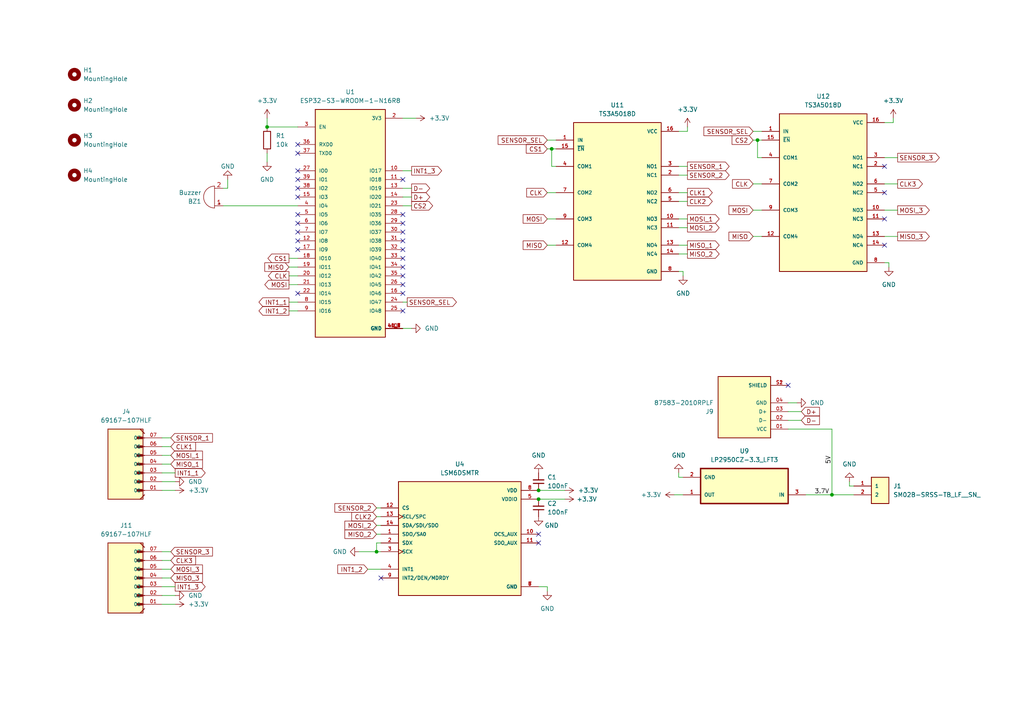
<source format=kicad_sch>
(kicad_sch (version 20230121) (generator eeschema)
  (paper "A4")
  (lib_symbols
    (symbol "69167-107HLF:69167-107HLF" (pin_names (offset 1.016))
      (property "Reference" "J" (at -5.58 10.16 0))
      (property "Value" "69167-107HLF" (at -5.08 -12.7 0))
      (symbol "69167-107HLF_0_0"
        (rectangle (start -4.647 -10.16) (end 5.513 10.16) (stroke (width 0.254)) (fill (type background)))
        (rectangle (start -4.445 -7.9375) (end -2.8575 -7.3025) (stroke (width 0.1)) (fill (type outline)))
        (rectangle (start -4.445 -5.3975) (end -2.8575 -4.7625) (stroke (width 0.1)) (fill (type outline)))
        (rectangle (start -4.445 -2.8575) (end -2.8575 -2.2225) (stroke (width 0.1)) (fill (type outline)))
        (rectangle (start -4.445 -0.3175) (end -2.8575 0.3175) (stroke (width 0.1)) (fill (type outline)))
        (rectangle (start -4.445 2.2225) (end -2.8575 2.8575) (stroke (width 0.1)) (fill (type outline)))
        (rectangle (start -4.445 4.7625) (end -2.8575 5.3975) (stroke (width 0.1)) (fill (type outline)))
        (rectangle (start -4.445 7.3025) (end -2.8575 7.9375) (stroke (width 0.1)) (fill (type outline)))
        (polyline (pts (xy -5.08 -8.89) (xy -3.81 -10.16)) (stroke (width 0.254)))
        (polyline (pts (xy -5.08 -7.62) (xy -3.175 -7.62)) (stroke (width 0.254)))
        (polyline (pts (xy -5.08 -5.08) (xy -3.175 -5.08)) (stroke (width 0.254)))
        (polyline (pts (xy -5.08 -2.54) (xy -3.175 -2.54)) (stroke (width 0.254)))
        (polyline (pts (xy -5.08 0) (xy -3.175 0)) (stroke (width 0.254)))
        (polyline (pts (xy -5.08 2.54) (xy -3.175 2.54)) (stroke (width 0.254)))
        (polyline (pts (xy -5.08 5.08) (xy -3.175 5.08)) (stroke (width 0.254)))
        (polyline (pts (xy -5.08 7.62) (xy -3.175 7.62)) (stroke (width 0.254)))
        (polyline (pts (xy -5.08 8.89) (xy -3.81 10.16)) (stroke (width 0.254)))
        (pin passive line (at -10.16 7.62 0) (length 5.08) (name "01") (number "01"))
        (pin passive line (at -10.16 5.08 0) (length 5.08) (name "02") (number "02"))
        (pin passive line (at -10.16 2.54 0) (length 5.08) (name "03") (number "03"))
        (pin passive line (at -10.16 0 0) (length 5.08) (name "04") (number "04"))
        (pin passive line (at -10.16 -2.54 0) (length 5.08) (name "05") (number "05"))
        (pin passive line (at -10.16 -5.08 0) (length 5.08) (name "06") (number "06"))
        (pin passive line (at -10.16 -7.62 0) (length 5.08) (name "07") (number "07"))
      )
    )
    (symbol "87583-2010RPLF:87583-2010RPLF" (pin_names (offset 1.016))
      (property "Reference" "J" (at -7.62 10.922 0))
      (property "Value" "87583-2010RPLF" (at -7.62 -10.16 0))
      (symbol "87583-2010RPLF_0_0"
        (rectangle (start -7.62 -7.62) (end 7.62 10.16) (stroke (width 0.254)) (fill (type background)))
        (pin power_in line (at -12.7 7.62 0) (length 5.08) (name "VCC") (number "01"))
        (pin bidirectional line (at -12.7 5.08 0) (length 5.08) (name "D-") (number "02"))
        (pin bidirectional line (at -12.7 2.54 0) (length 5.08) (name "D+") (number "03"))
        (pin power_in line (at -12.7 0 0) (length 5.08) (name "GND") (number "04"))
        (pin passive line (at -12.7 -5.08 0) (length 5.08) (name "SHIELD") (number "S1"))
        (pin passive line (at -12.7 -5.08 0) (length 5.08) (name "SHIELD") (number "S2"))
      )
    )
    (symbol "Device:Buzzer" (pin_names (offset 0.0254) hide)
      (property "Reference" "BZ" (at 3.81 1.27 0))
      (property "Value" "Buzzer" (at 3.81 -1.27 0))
      (symbol "Buzzer_0_1"
        (arc (start 0 -3.175) (mid 3.1612 0) (end 0 3.175))
        (polyline (pts (xy -1.651 1.905) (xy -1.143 1.905)))
        (polyline (pts (xy -1.397 2.159) (xy -1.397 1.651)))
        (polyline (pts (xy 0 3.175) (xy 0 -3.175)))
      )
      (symbol "Buzzer_1_1"
        (pin passive line (at -2.54 2.54 0) (length 2.54) (name "+") (number "1"))
        (pin passive line (at -2.54 -2.54 0) (length 2.54) (name "-") (number "2"))
      )
    )
    (symbol "Device:C_Small" (pin_numbers hide) (pin_names (offset 0.254) hide)
      (property "Reference" "C" (at 0.254 1.778 0))
      (property "Value" "C_Small" (at 0.254 -2.032 0))
      (symbol "C_Small_0_1"
        (polyline (pts (xy -1.524 -0.508) (xy 1.524 -0.508)) (stroke (width 0.3302)))
        (polyline (pts (xy -1.524 0.508) (xy 1.524 0.508)) (stroke (width 0.3048)))
      )
      (symbol "C_Small_1_1"
        (pin passive line (at 0 2.54 270) (length 2.032) (name "~") (number "1"))
        (pin passive line (at 0 -2.54 90) (length 2.032) (name "~") (number "2"))
      )
    )
    (symbol "Device:R" (pin_numbers hide) (pin_names (offset 0))
      (property "Reference" "R" (at 2.032 0 90))
      (property "Value" "R" (at 0 0 90))
      (symbol "R_0_1"
        (rectangle (start -1.016 -2.54) (end 1.016 2.54) (stroke (width 0.254)))
      )
      (symbol "R_1_1"
        (pin passive line (at 0 3.81 270) (length 1.27) (name "~") (number "1"))
        (pin passive line (at 0 -3.81 90) (length 1.27) (name "~") (number "2"))
      )
    )
    (symbol "ESP32-S3-WROOM-1-N16R8:ESP32-S3-WROOM-1-N16R8" (pin_names (offset 1.016))
      (property "Reference" "U" (at -10.16 31.5722 0))
      (property "Value" "ESP32-S3-WROOM-1-N16R8" (at -10.16 -38.1 0))
      (symbol "ESP32-S3-WROOM-1-N16R8_0_0"
        (rectangle (start -10.16 -35.56) (end 10.16 30.48) (stroke (width 0.254)) (fill (type background)))
        (pin power_in line (at 15.24 -33.02 180) (length 5.08) (name "GND") (number "1"))
        (pin bidirectional line (at 15.24 12.7 180) (length 5.08) (name "IO17") (number "10"))
        (pin bidirectional line (at 15.24 10.16 180) (length 5.08) (name "IO18") (number "11"))
        (pin bidirectional line (at -15.24 -7.62 0) (length 5.08) (name "IO8") (number "12"))
        (pin bidirectional line (at 15.24 7.62 180) (length 5.08) (name "IO19") (number "13"))
        (pin bidirectional line (at 15.24 5.08 180) (length 5.08) (name "IO20") (number "14"))
        (pin bidirectional line (at -15.24 5.08 0) (length 5.08) (name "IO3") (number "15"))
        (pin bidirectional line (at 15.24 -22.86 180) (length 5.08) (name "IO46") (number "16"))
        (pin bidirectional line (at -15.24 -10.16 0) (length 5.08) (name "IO9") (number "17"))
        (pin bidirectional line (at -15.24 -12.7 0) (length 5.08) (name "IO10") (number "18"))
        (pin bidirectional line (at -15.24 -15.24 0) (length 5.08) (name "IO11") (number "19"))
        (pin power_in line (at 15.24 27.94 180) (length 5.08) (name "3V3") (number "2"))
        (pin bidirectional line (at -15.24 -17.78 0) (length 5.08) (name "IO12") (number "20"))
        (pin bidirectional line (at -15.24 -20.32 0) (length 5.08) (name "IO13") (number "21"))
        (pin bidirectional line (at -15.24 -22.86 0) (length 5.08) (name "IO14") (number "22"))
        (pin bidirectional line (at 15.24 2.54 180) (length 5.08) (name "IO21") (number "23"))
        (pin bidirectional line (at 15.24 -25.4 180) (length 5.08) (name "IO47") (number "24"))
        (pin bidirectional line (at 15.24 -27.94 180) (length 5.08) (name "IO48") (number "25"))
        (pin bidirectional line (at 15.24 -20.32 180) (length 5.08) (name "IO45") (number "26"))
        (pin bidirectional line (at -15.24 12.7 0) (length 5.08) (name "IO0") (number "27"))
        (pin bidirectional line (at 15.24 0 180) (length 5.08) (name "IO35") (number "28"))
        (pin bidirectional line (at 15.24 -2.54 180) (length 5.08) (name "IO36") (number "29"))
        (pin input line (at -15.24 25.4 0) (length 5.08) (name "EN") (number "3"))
        (pin bidirectional line (at 15.24 -5.08 180) (length 5.08) (name "IO37") (number "30"))
        (pin bidirectional line (at 15.24 -7.62 180) (length 5.08) (name "IO38") (number "31"))
        (pin bidirectional line (at 15.24 -10.16 180) (length 5.08) (name "IO39") (number "32"))
        (pin bidirectional line (at 15.24 -12.7 180) (length 5.08) (name "IO40") (number "33"))
        (pin bidirectional line (at 15.24 -15.24 180) (length 5.08) (name "IO41") (number "34"))
        (pin bidirectional line (at 15.24 -17.78 180) (length 5.08) (name "IO42") (number "35"))
        (pin bidirectional line (at -15.24 20.32 0) (length 5.08) (name "RXD0") (number "36"))
        (pin bidirectional line (at -15.24 17.78 0) (length 5.08) (name "TXD0") (number "37"))
        (pin bidirectional line (at -15.24 7.62 0) (length 5.08) (name "IO2") (number "38"))
        (pin bidirectional line (at -15.24 10.16 0) (length 5.08) (name "IO1") (number "39"))
        (pin bidirectional line (at -15.24 2.54 0) (length 5.08) (name "IO4") (number "4"))
        (pin power_in line (at 15.24 -33.02 180) (length 5.08) (name "GND") (number "40"))
        (pin power_in line (at 15.24 -33.02 180) (length 5.08) (name "GND") (number "41_1"))
        (pin power_in line (at 15.24 -33.02 180) (length 5.08) (name "GND") (number "41_2"))
        (pin power_in line (at 15.24 -33.02 180) (length 5.08) (name "GND") (number "41_3"))
        (pin power_in line (at 15.24 -33.02 180) (length 5.08) (name "GND") (number "41_4"))
        (pin power_in line (at 15.24 -33.02 180) (length 5.08) (name "GND") (number "41_5"))
        (pin power_in line (at 15.24 -33.02 180) (length 5.08) (name "GND") (number "41_6"))
        (pin power_in line (at 15.24 -33.02 180) (length 5.08) (name "GND") (number "41_7"))
        (pin power_in line (at 15.24 -33.02 180) (length 5.08) (name "GND") (number "41_8"))
        (pin power_in line (at 15.24 -33.02 180) (length 5.08) (name "GND") (number "41_9"))
        (pin bidirectional line (at -15.24 0 0) (length 5.08) (name "IO5") (number "5"))
        (pin bidirectional line (at -15.24 -2.54 0) (length 5.08) (name "IO6") (number "6"))
        (pin bidirectional line (at -15.24 -5.08 0) (length 5.08) (name "IO7") (number "7"))
        (pin bidirectional line (at -15.24 -25.4 0) (length 5.08) (name "IO15") (number "8"))
        (pin bidirectional line (at -15.24 -27.94 0) (length 5.08) (name "IO16") (number "9"))
      )
    )
    (symbol "LP2950CZ-3.3_LFT3:LP2950CZ-3.3_LFT3" (pin_names (offset 1.016))
      (property "Reference" "U" (at -12.7 6.08 0))
      (property "Value" "LP2950CZ-3.3_LFT3" (at -12.7 -9.08 0))
      (symbol "LP2950CZ-3.3_LFT3_0_0"
        (rectangle (start -12.7 -5.08) (end 12.7 5.08) (stroke (width 0.41)) (fill (type background)))
        (pin output line (at 17.78 2.54 180) (length 5.08) (name "OUT") (number "1"))
        (pin power_in line (at 17.78 -2.54 180) (length 5.08) (name "GND") (number "2"))
        (pin input line (at -17.78 2.54 0) (length 5.08) (name "IN") (number "3"))
      )
    )
    (symbol "LSM6DSMTR:LSM6DSMTR" (pin_names (offset 1.016))
      (property "Reference" "U" (at -17.78 16.51 0))
      (property "Value" "LSM6DSMTR" (at -17.78 -21.59 0))
      (symbol "LSM6DSMTR_0_0"
        (rectangle (start -17.78 -17.78) (end 17.78 15.24) (stroke (width 0.254)) (fill (type background)))
        (pin bidirectional line (at -22.86 0 0) (length 5.08) (name "SDO/SA0") (number "1"))
        (pin input line (at 22.86 0 180) (length 5.08) (name "OCS_AUX") (number "10"))
        (pin bidirectional line (at 22.86 -2.54 180) (length 5.08) (name "SDO_AUX") (number "11"))
        (pin input line (at -22.86 7.62 0) (length 5.08) (name "CS") (number "12"))
        (pin input clock (at -22.86 5.08 0) (length 5.08) (name "SCL/SPC") (number "13"))
        (pin bidirectional line (at -22.86 2.54 0) (length 5.08) (name "SDA/SDI/SDO") (number "14"))
        (pin bidirectional line (at -22.86 -2.54 0) (length 5.08) (name "SDX") (number "2"))
        (pin bidirectional clock (at -22.86 -5.08 0) (length 5.08) (name "SCX") (number "3"))
        (pin input line (at -22.86 -10.16 0) (length 5.08) (name "INT1") (number "4"))
        (pin power_in line (at 22.86 10.16 180) (length 5.08) (name "VDDIO") (number "5"))
        (pin power_in line (at 22.86 -15.24 180) (length 5.08) (name "GND") (number "6"))
        (pin power_in line (at 22.86 -15.24 180) (length 5.08) (name "GND") (number "7"))
        (pin power_in line (at 22.86 12.7 180) (length 5.08) (name "VDD") (number "8"))
        (pin input line (at -22.86 -12.7 0) (length 5.08) (name "INT2/DEN/MDRDY") (number "9"))
      )
    )
    (symbol "Mechanical:MountingHole" (pin_names (offset 1.016))
      (property "Reference" "H" (at 0 5.08 0))
      (property "Value" "MountingHole" (at 0 3.175 0))
      (symbol "MountingHole_0_1"
        (circle (center 0 0) (radius 1.27) (stroke (width 1.27)))
      )
    )
    (symbol "SM02B-SRSS-TB_LF__SN_:SM02B-SRSS-TB_LF__SN_" (pin_names (offset 1.016))
      (property "Reference" "J" (at 11.4936 5.1092 0))
      (property "Value" "SM02B-SRSS-TB_LF__SN_" (at 11.4908 2.5582 0))
      (symbol "SM02B-SRSS-TB_LF__SN__0_0"
        (rectangle (start 5.08 0) (end 10.16 7.62) (stroke (width 0.254)) (fill (type background)))
        (pin bidirectional line (at 0 5.08 0) (length 5.08) (name "1") (number "1"))
        (pin bidirectional line (at 0 2.54 0) (length 5.08) (name "2") (number "2"))
      )
    )
    (symbol "TS3A5018D:TS3A5018D" (pin_names (offset 1.016))
      (property "Reference" "U" (at -12.7 23.86 0))
      (property "Value" "TS3A5018D" (at -12.7 -25.336 0))
      (symbol "TS3A5018D_0_0"
        (rectangle (start -12.7 -22.86) (end 12.7 22.86) (stroke (width 0.254)) (fill (type background)))
        (pin input line (at -17.78 17.78 0) (length 5.08) (name "IN") (number "1"))
        (pin passive line (at 17.78 -5.08 180) (length 5.08) (name "NO3") (number "10"))
        (pin passive line (at 17.78 -7.62 180) (length 5.08) (name "NC3") (number "11"))
        (pin passive line (at -17.78 -12.7 0) (length 5.08) (name "COM4") (number "12"))
        (pin passive line (at 17.78 -12.7 180) (length 5.08) (name "NO4") (number "13"))
        (pin passive line (at 17.78 -15.24 180) (length 5.08) (name "NC4") (number "14"))
        (pin input line (at -17.78 15.24 0) (length 5.08) (name "~{EN}") (number "15"))
        (pin power_in line (at 17.78 20.32 180) (length 5.08) (name "VCC") (number "16"))
        (pin passive line (at 17.78 7.62 180) (length 5.08) (name "NC1") (number "2"))
        (pin passive line (at 17.78 10.16 180) (length 5.08) (name "NO1") (number "3"))
        (pin passive line (at -17.78 10.16 0) (length 5.08) (name "COM1") (number "4"))
        (pin passive line (at 17.78 0 180) (length 5.08) (name "NC2") (number "5"))
        (pin passive line (at 17.78 2.54 180) (length 5.08) (name "NO2") (number "6"))
        (pin passive line (at -17.78 2.54 0) (length 5.08) (name "COM2") (number "7"))
        (pin power_in line (at 17.78 -20.32 180) (length 5.08) (name "GND") (number "8"))
        (pin passive line (at -17.78 -5.08 0) (length 5.08) (name "COM3") (number "9"))
      )
    )
    (symbol "power:+3.3V" (power) (pin_names (offset 0))
      (property "Value" "+3.3V" (at 0 3.556 0))
      (symbol "+3.3V_0_1"
        (polyline (pts (xy -0.762 1.27) (xy 0 2.54)))
        (polyline (pts (xy 0 0) (xy 0 2.54)))
        (polyline (pts (xy 0 2.54) (xy 0.762 1.27)))
      )
      (symbol "+3.3V_1_1"
        (pin power_in line (at 0 0 90) (length 0) hide (name "+3.3V") (number "1"))
      )
    )
    (symbol "power:GND" (power) (pin_names (offset 0))
      (property "Value" "GND" (at 0 -3.81 0))
      (symbol "GND_0_1"
        (polyline (pts (xy 0 0) (xy 0 -1.27) (xy 1.27 -1.27) (xy 0 -2.54) (xy -1.27 -1.27) (xy 0 -1.27)))
      )
      (symbol "GND_1_1"
        (pin power_in line (at 0 0 270) (length 0) hide (name "GND") (number "1"))
      )
    )
  )
  (junction (at 160.02 43.18))
  (junction (at 156.21 142.24))
  (junction (at 109.22 160.02))
  (junction (at 241.3 143.51))
  (junction (at 77.47 36.83))
  (junction (at 219.71 40.64))
  (junction (at 156.21 144.78))
  (no_connect (at 116.84 90.17))
  (no_connect (at 116.84 74.93))
  (no_connect (at 256.54 55.88))
  (no_connect (at 110.49 167.64))
  (no_connect (at 86.36 49.53))
  (no_connect (at 116.84 77.47))
  (no_connect (at 256.54 48.26))
  (no_connect (at 116.84 69.85))
  (no_connect (at 86.36 64.77))
  (no_connect (at 86.36 41.91))
  (no_connect (at 86.36 54.61))
  (no_connect (at 86.36 44.45))
  (no_connect (at 86.36 52.07))
  (no_connect (at 156.21 157.48))
  (no_connect (at 228.6 111.76))
  (no_connect (at 86.36 69.85))
  (no_connect (at 256.54 63.5))
  (no_connect (at 86.36 67.31))
  (no_connect (at 256.54 71.12))
  (no_connect (at 86.36 85.09))
  (no_connect (at 116.84 64.77))
  (no_connect (at 86.36 62.23))
  (no_connect (at 116.84 72.39))
  (no_connect (at 116.84 67.31))
  (no_connect (at 86.36 72.39))
  (no_connect (at 156.21 154.94))
  (no_connect (at 116.84 80.01))
  (no_connect (at 116.84 62.23))
  (no_connect (at 86.36 57.15))
  (no_connect (at 116.84 52.07))
  (no_connect (at 116.84 85.09))
  (no_connect (at 116.84 82.55))
  (wire (pts (xy 46.99 137.16) (xy 50.8 137.16)))
  (wire (pts (xy 83.82 82.55) (xy 86.36 82.55)))
  (wire (pts (xy 158.75 63.5) (xy 161.29 63.5)))
  (wire (pts (xy 46.99 134.62) (xy 49.53 134.62)))
  (wire (pts (xy 219.71 45.72) (xy 220.98 45.72)))
  (wire (pts (xy 83.82 90.17) (xy 86.36 90.17)))
  (wire (pts (xy 77.47 44.45) (xy 77.47 46.99)))
  (wire (pts (xy 196.85 38.1) (xy 199.39 38.1)))
  (wire (pts (xy 256.54 45.72) (xy 260.35 45.72)))
  (wire (pts (xy 160.02 48.26) (xy 161.29 48.26)))
  (wire (pts (xy 104.14 160.02) (xy 109.22 160.02)))
  (wire (pts (xy 156.21 144.78) (xy 163.83 144.78)))
  (wire (pts (xy 46.99 167.64) (xy 49.53 167.64)))
  (wire (pts (xy 46.99 165.1) (xy 49.53 165.1)))
  (wire (pts (xy 160.02 43.18) (xy 161.29 43.18)))
  (wire (pts (xy 83.82 80.01) (xy 86.36 80.01)))
  (wire (pts (xy 218.44 53.34) (xy 220.98 53.34)))
  (wire (pts (xy 219.71 40.64) (xy 219.71 45.72)))
  (wire (pts (xy 109.22 149.86) (xy 110.49 149.86)))
  (wire (pts (xy 219.71 40.64) (xy 220.98 40.64)))
  (wire (pts (xy 158.75 55.88) (xy 161.29 55.88)))
  (wire (pts (xy 232.41 119.38) (xy 228.6 119.38)))
  (wire (pts (xy 160.02 43.18) (xy 160.02 48.26)))
  (wire (pts (xy 218.44 60.96) (xy 220.98 60.96)))
  (wire (pts (xy 83.82 74.93) (xy 86.36 74.93)))
  (wire (pts (xy 46.99 175.26) (xy 50.8 175.26)))
  (wire (pts (xy 198.12 138.43) (xy 196.85 138.43)))
  (wire (pts (xy 196.85 78.74) (xy 198.12 78.74)))
  (wire (pts (xy 83.82 87.63) (xy 86.36 87.63)))
  (wire (pts (xy 199.39 38.1) (xy 199.39 36.83)))
  (wire (pts (xy 158.75 43.18) (xy 160.02 43.18)))
  (wire (pts (xy 196.85 66.04) (xy 199.39 66.04)))
  (wire (pts (xy 46.99 139.7) (xy 50.8 139.7)))
  (wire (pts (xy 256.54 35.56) (xy 259.08 35.56)))
  (wire (pts (xy 116.84 54.61) (xy 119.38 54.61)))
  (wire (pts (xy 118.11 87.63) (xy 116.84 87.63)))
  (wire (pts (xy 232.41 121.92) (xy 228.6 121.92)))
  (wire (pts (xy 246.38 139.7) (xy 246.38 140.97)))
  (wire (pts (xy 256.54 60.96) (xy 260.35 60.96)))
  (wire (pts (xy 158.75 170.18) (xy 158.75 171.45)))
  (wire (pts (xy 241.3 124.46) (xy 241.3 143.51)))
  (wire (pts (xy 256.54 53.34) (xy 260.35 53.34)))
  (wire (pts (xy 259.08 35.56) (xy 259.08 34.29)))
  (wire (pts (xy 109.22 154.94) (xy 110.49 154.94)))
  (wire (pts (xy 77.47 36.83) (xy 86.36 36.83)))
  (wire (pts (xy 196.85 71.12) (xy 199.39 71.12)))
  (wire (pts (xy 109.22 160.02) (xy 110.49 160.02)))
  (wire (pts (xy 218.44 38.1) (xy 220.98 38.1)))
  (wire (pts (xy 116.84 34.29) (xy 120.65 34.29)))
  (wire (pts (xy 46.99 162.56) (xy 49.53 162.56)))
  (wire (pts (xy 196.85 63.5) (xy 199.39 63.5)))
  (wire (pts (xy 66.04 54.61) (xy 64.77 54.61)))
  (wire (pts (xy 156.21 142.24) (xy 163.83 142.24)))
  (wire (pts (xy 256.54 68.58) (xy 260.35 68.58)))
  (wire (pts (xy 156.21 170.18) (xy 158.75 170.18)))
  (wire (pts (xy 83.82 77.47) (xy 86.36 77.47)))
  (wire (pts (xy 218.44 40.64) (xy 219.71 40.64)))
  (wire (pts (xy 46.99 172.72) (xy 50.8 172.72)))
  (wire (pts (xy 46.99 160.02) (xy 49.53 160.02)))
  (wire (pts (xy 116.84 49.53) (xy 119.38 49.53)))
  (wire (pts (xy 109.22 157.48) (xy 109.22 160.02)))
  (wire (pts (xy 46.99 132.08) (xy 49.53 132.08)))
  (wire (pts (xy 257.81 76.2) (xy 257.81 77.47)))
  (wire (pts (xy 64.77 59.69) (xy 86.36 59.69)))
  (wire (pts (xy 66.04 52.07) (xy 66.04 54.61)))
  (wire (pts (xy 196.85 50.8) (xy 199.39 50.8)))
  (wire (pts (xy 109.22 147.32) (xy 110.49 147.32)))
  (wire (pts (xy 116.84 57.15) (xy 119.38 57.15)))
  (wire (pts (xy 247.65 140.97) (xy 246.38 140.97)))
  (wire (pts (xy 46.99 142.24) (xy 50.8 142.24)))
  (wire (pts (xy 158.75 71.12) (xy 161.29 71.12)))
  (wire (pts (xy 109.22 152.4) (xy 110.49 152.4)))
  (wire (pts (xy 233.68 143.51) (xy 241.3 143.51)))
  (wire (pts (xy 110.49 157.48) (xy 109.22 157.48)))
  (wire (pts (xy 196.85 55.88) (xy 199.39 55.88)))
  (wire (pts (xy 231.14 116.84) (xy 228.6 116.84)))
  (wire (pts (xy 195.58 143.51) (xy 198.12 143.51)))
  (wire (pts (xy 198.12 78.74) (xy 198.12 80.01)))
  (wire (pts (xy 196.85 48.26) (xy 199.39 48.26)))
  (wire (pts (xy 77.47 34.29) (xy 77.47 36.83)))
  (wire (pts (xy 106.68 165.1) (xy 110.49 165.1)))
  (wire (pts (xy 46.99 127) (xy 49.53 127)))
  (wire (pts (xy 196.85 58.42) (xy 199.39 58.42)))
  (wire (pts (xy 241.3 143.51) (xy 247.65 143.51)))
  (wire (pts (xy 218.44 68.58) (xy 220.98 68.58)))
  (wire (pts (xy 46.99 170.18) (xy 50.8 170.18)))
  (wire (pts (xy 228.6 124.46) (xy 241.3 124.46)))
  (wire (pts (xy 256.54 76.2) (xy 257.81 76.2)))
  (wire (pts (xy 116.84 59.69) (xy 119.38 59.69)))
  (wire (pts (xy 196.85 138.43) (xy 196.85 137.16)))
  (wire (pts (xy 46.99 129.54) (xy 49.53 129.54)))
  (wire (pts (xy 158.75 40.64) (xy 161.29 40.64)))
  (wire (pts (xy 196.85 73.66) (xy 199.39 73.66)))
  (wire (pts (xy 116.84 95.25) (xy 119.38 95.25)))
  (label "5V" (at 241.3 132.08 270))
  (label "3.7V" (at 236.22 143.51 0))
  (global_label "MOSI_2" (shape output) (at 199.39 66.04 0) (property "Intersheetrefs" "${INTERSHEET_REFS}" (effects hide)))
  (global_label "CLK1" (shape input) (at 49.53 129.54 0) (property "Intersheetrefs" "${INTERSHEET_REFS}" (effects hide)))
  (global_label "SENSOR_1" (shape input) (at 49.53 127 0) (property "Intersheetrefs" "${INTERSHEET_REFS}" (effects hide)))
  (global_label "MISO_1" (shape input) (at 49.53 134.62 0) (property "Intersheetrefs" "${INTERSHEET_REFS}" (effects hide)))
  (global_label "D-" (shape input) (at 232.41 121.92 0) (property "Intersheetrefs" "${INTERSHEET_REFS}" (effects hide)))
  (global_label "MOSI_3" (shape output) (at 260.35 60.96 0) (property "Intersheetrefs" "${INTERSHEET_REFS}" (effects hide)))
  (global_label "MOSI" (shape input) (at 158.75 63.5 180) (property "Intersheetrefs" "${INTERSHEET_REFS}" (effects hide)))
  (global_label "CLK2" (shape input) (at 109.22 149.86 180) (property "Intersheetrefs" "${INTERSHEET_REFS}" (effects hide)))
  (global_label "CLK1" (shape output) (at 199.39 55.88 0) (property "Intersheetrefs" "${INTERSHEET_REFS}" (effects hide)))
  (global_label "CS1" (shape input) (at 158.75 43.18 180) (property "Intersheetrefs" "${INTERSHEET_REFS}" (effects hide)))
  (global_label "CLK" (shape input) (at 158.75 55.88 180) (property "Intersheetrefs" "${INTERSHEET_REFS}" (effects hide)))
  (global_label "INT1_3" (shape output) (at 119.38 49.53 0) (property "Intersheetrefs" "${INTERSHEET_REFS}" (effects hide)))
  (global_label "CS1" (shape output) (at 83.82 74.93 180) (property "Intersheetrefs" "${INTERSHEET_REFS}" (effects hide)))
  (global_label "INT1_2" (shape input) (at 106.68 165.1 180) (property "Intersheetrefs" "${INTERSHEET_REFS}" (effects hide)))
  (global_label "MOSI_1" (shape output) (at 199.39 63.5 0) (property "Intersheetrefs" "${INTERSHEET_REFS}" (effects hide)))
  (global_label "D-" (shape output) (at 119.38 54.61 0) (property "Intersheetrefs" "${INTERSHEET_REFS}" (effects hide)))
  (global_label "CLK" (shape input) (at 218.44 53.34 180) (property "Intersheetrefs" "${INTERSHEET_REFS}" (effects hide)))
  (global_label "MISO_2" (shape output) (at 199.39 73.66 0) (property "Intersheetrefs" "${INTERSHEET_REFS}" (effects hide)))
  (global_label "SENSOR_3" (shape input) (at 49.53 160.02 0) (property "Intersheetrefs" "${INTERSHEET_REFS}" (effects hide)))
  (global_label "SENSOR_SEL" (shape output) (at 118.11 87.63 0) (property "Intersheetrefs" "${INTERSHEET_REFS}" (effects hide)))
  (global_label "MISO" (shape input) (at 218.44 68.58 180) (property "Intersheetrefs" "${INTERSHEET_REFS}" (effects hide)))
  (global_label "MISO_3" (shape input) (at 49.53 167.64 0) (property "Intersheetrefs" "${INTERSHEET_REFS}" (effects hide)))
  (global_label "D+" (shape output) (at 119.38 57.15 0) (property "Intersheetrefs" "${INTERSHEET_REFS}" (effects hide)))
  (global_label "MISO_1" (shape output) (at 199.39 71.12 0) (property "Intersheetrefs" "${INTERSHEET_REFS}" (effects hide)))
  (global_label "SENSOR_3" (shape output) (at 260.35 45.72 0) (property "Intersheetrefs" "${INTERSHEET_REFS}" (effects hide)))
  (global_label "MOSI_1" (shape input) (at 49.53 132.08 0) (property "Intersheetrefs" "${INTERSHEET_REFS}" (effects hide)))
  (global_label "INT1_1" (shape output) (at 50.8 137.16 0) (property "Intersheetrefs" "${INTERSHEET_REFS}" (effects hide)))
  (global_label "CLK" (shape output) (at 83.82 80.01 180) (property "Intersheetrefs" "${INTERSHEET_REFS}" (effects hide)))
  (global_label "CS2" (shape input) (at 218.44 40.64 180) (property "Intersheetrefs" "${INTERSHEET_REFS}" (effects hide)))
  (global_label "MISO_2" (shape input) (at 109.22 154.94 180) (property "Intersheetrefs" "${INTERSHEET_REFS}" (effects hide)))
  (global_label "CLK3" (shape input) (at 49.53 162.56 0) (property "Intersheetrefs" "${INTERSHEET_REFS}" (effects hide)))
  (global_label "MOSI" (shape input) (at 218.44 60.96 180) (property "Intersheetrefs" "${INTERSHEET_REFS}" (effects hide)))
  (global_label "CLK3" (shape output) (at 260.35 53.34 0) (property "Intersheetrefs" "${INTERSHEET_REFS}" (effects hide)))
  (global_label "SENSOR_2" (shape output) (at 199.39 50.8 0) (property "Intersheetrefs" "${INTERSHEET_REFS}" (effects hide)))
  (global_label "MISO" (shape input) (at 83.82 77.47 180) (property "Intersheetrefs" "${INTERSHEET_REFS}" (effects hide)))
  (global_label "CS2" (shape output) (at 119.38 59.69 0) (property "Intersheetrefs" "${INTERSHEET_REFS}" (effects hide)))
  (global_label "SENSOR_1" (shape output) (at 199.39 48.26 0) (property "Intersheetrefs" "${INTERSHEET_REFS}" (effects hide)))
  (global_label "SENSOR_SEL" (shape input) (at 158.75 40.64 180) (property "Intersheetrefs" "${INTERSHEET_REFS}" (effects hide)))
  (global_label "D+" (shape input) (at 232.41 119.38 0) (property "Intersheetrefs" "${INTERSHEET_REFS}" (effects hide)))
  (global_label "CLK2" (shape output) (at 199.39 58.42 0) (property "Intersheetrefs" "${INTERSHEET_REFS}" (effects hide)))
  (global_label "INT1_3" (shape output) (at 50.8 170.18 0) (property "Intersheetrefs" "${INTERSHEET_REFS}" (effects hide)))
  (global_label "MOSI_3" (shape input) (at 49.53 165.1 0) (property "Intersheetrefs" "${INTERSHEET_REFS}" (effects hide)))
  (global_label "SENSOR_2" (shape input) (at 109.22 147.32 180) (property "Intersheetrefs" "${INTERSHEET_REFS}" (effects hide)))
  (global_label "INT1_2" (shape output) (at 83.82 90.17 180) (property "Intersheetrefs" "${INTERSHEET_REFS}" (effects hide)))
  (global_label "INT1_1" (shape output) (at 83.82 87.63 180) (property "Intersheetrefs" "${INTERSHEET_REFS}" (effects hide)))
  (global_label "MOSI_2" (shape input) (at 109.22 152.4 180) (property "Intersheetrefs" "${INTERSHEET_REFS}" (effects hide)))
  (global_label "MISO_3" (shape output) (at 260.35 68.58 0) (property "Intersheetrefs" "${INTERSHEET_REFS}" (effects hide)))
  (global_label "SENSOR_SEL" (shape input) (at 218.44 38.1 180) (property "Intersheetrefs" "${INTERSHEET_REFS}" (effects hide)))
  (global_label "MISO" (shape input) (at 158.75 71.12 180) (property "Intersheetrefs" "${INTERSHEET_REFS}" (effects hide)))
  (global_label "MOSI" (shape output) (at 83.82 82.55 180) (property "Intersheetrefs" "${INTERSHEET_REFS}" (effects hide)))
  (symbol (lib_id "LP2950CZ-3.3_LFT3:LP2950CZ-3.3_LFT3") (at 215.9 140.97 180) (unit 1)
    (property "Reference" "U9" (at 215.9 130.81 0))
    (property "Value" "LP2950CZ-3.3_LFT3" (at 215.9 133.35 0))
    (property "Footprint" "LP2950CZ-3.3_LFT3:TO92127P521H735-3" (effects hide))
    (property "MF" "Texas Instruments" (effects hide))
    (property "Description" "\n100-mA, 30-V, low-dropout voltage regulator with low IQ\n" (effects hide))
    (property "Package" "TO-92-3 Texas Instruments" (effects hide))
    (property "Price" "None" (effects hide))
    (property "SnapEDA_Link" "https://www.snapeda.com/parts/LP2950CZ-3.3/LFT3/Texas+Instruments/view-part/?ref=snap" (effects hide))
    (property "MP" "LP2950CZ-3.3/LFT3" (effects hide))
    (property "Purchase-URL" "https://www.snapeda.com/api/url_track_click_mouser/?unipart_id=1079240&manufacturer=Texas Instruments&part_name=LP2950CZ-3.3/LFT3&search_term= lp2950cz" (effects hide))
    (property "Availability" "In Stock" (effects hide))
    (property "Check_prices" "https://www.snapeda.com/parts/LP2950CZ-3.3/LFT3/Texas+Instruments/view-part/?ref=eda" (effects hide))
  )
  (symbol (lib_id "Device:Buzzer") (at 62.23 57.15 180) (unit 1)
    (property "Reference" "BZ1" (at 58.42 58.42 0) (effects (justify left)))
    (property "Value" "Buzzer" (at 58.42 55.88 0) (effects (justify left)))
    (property "Footprint" "ECE 445 Footprints:AC-903-D-1P" (effects hide))
  )
  (symbol (lib_id "SM02B-SRSS-TB_LF__SN_:SM02B-SRSS-TB_LF__SN_") (at 247.65 146.05 0) (unit 1)
    (property "Reference" "J1" (at 259.08 140.97 0) (effects (justify left)))
    (property "Value" "SM02B-SRSS-TB_LF__SN_" (at 259.08 143.51 0) (effects (justify left)))
    (property "Footprint" "SM02B-SRSS-TB_LF__SN_:SM02B-SRSS-TB_LF__SN_" (effects hide))
    (property "MF" "JST Sales" (effects hide))
    (property "DESCRIPTION" "SH Series 2 Position 1 mm Pitch Surface Mount Side Entry Shrouded Header" (effects hide))
    (property "PACKAGE" "None" (effects hide))
    (property "PRICE" "0.23 USD" (effects hide))
    (property "Package" "None" (effects hide))
    (property "Check_prices" "https://www.snapeda.com/parts/SM02B-SRSS-TB(LF)(SN)/JST+Sales+America+Inc./view-part/?ref=eda" (effects hide))
    (property "Price" "None" (effects hide))
    (property "SnapEDA_Link" "https://www.snapeda.com/parts/SM02B-SRSS-TB(LF)(SN)/JST+Sales+America+Inc./view-part/?ref=snap" (effects hide))
    (property "MP" "SM02B-SRSS-TB(LF)(SN)" (effects hide))
    (property "Availability" "In Stock" (effects hide))
    (property "AVAILABILITY" "Good" (effects hide))
    (property "Description" "\nConnector Header Surface Mount, Right Angle 2 position 0.039 (1.00mm)\n" (effects hide))
  )
  (symbol (lib_id "power:GND") (at 246.38 139.7 180) (unit 1)
    (property "Reference" "#PWR018" (effects hide))
    (property "Value" "GND" (at 246.38 134.62 0))
  )
  (symbol (lib_id "Mechanical:MountingHole") (at 21.59 40.64 0) (unit 1)
    (property "Reference" "H3" (at 24.13 39.37 0) (effects (justify left)))
    (property "Value" "MountingHole" (at 24.13 41.91 0) (effects (justify left)))
    (property "Footprint" "MountingHole:MountingHole_2mm" (effects hide))
  )
  (symbol (lib_id "LSM6DSMTR:LSM6DSMTR") (at 133.35 154.94 0) (unit 1)
    (property "Reference" "U4" (at 133.35 134.62 0))
    (property "Value" "LSM6DSMTR" (at 133.35 137.16 0))
    (property "Footprint" "LSM6DSMTR (1):PQFN50P300X250X86-14N" (effects hide))
    (property "MF" "STMicroelectronics" (effects hide))
    (property "MAXIMUM_PACKAGE_HEIGHT" "0.86 mm" (effects hide))
    (property "Package" "VFLGA-14 STMicroelectronics" (effects hide))
    (property "Price" "None" (effects hide))
    (property "Check_prices" "https://www.snapeda.com/parts/LSM6DSMTR/STMicroelectronics/view-part/?ref=eda" (effects hide))
    (property "STANDARD" "IPC 7351B" (effects hide))
    (property "PARTREV" "Rev 7" (effects hide))
    (property "SnapEDA_Link" "https://www.snapeda.com/parts/LSM6DSMTR/STMicroelectronics/view-part/?ref=snap" (effects hide))
    (property "MP" "LSM6DSMTR" (effects hide))
    (property "Purchase-URL" "https://www.snapeda.com/api/url_track_click_mouser/?unipart_id=581716&manufacturer=STMicroelectronics&part_name=LSM6DSMTR&search_term=None" (effects hide))
    (property "Description" "\nAccelerometer, Gyroscope, Temperature, 6 Axis Sensor I2C, SPI Output\n" (effects hide))
    (property "Availability" "In Stock" (effects hide))
    (property "MANUFACTURER" "STMicroelectronics" (effects hide))
  )
  (symbol (lib_id "TS3A5018D:TS3A5018D") (at 179.07 58.42 0) (unit 1)
    (property "Reference" "U11" (at 179.07 30.48 0))
    (property "Value" "TS3A5018D" (at 179.07 33.02 0))
    (property "Footprint" "TS3A5018D:SOIC127P600X175-16N" (effects hide))
    (property "MF" "Texas Instruments" (effects hide))
    (property "MAXIMUM_PACKAGE_HEIGHT" "1.75 mm" (effects hide))
    (property "Package" "SOIC-16 Texas Instruments" (effects hide))
    (property "Price" "None" (effects hide))
    (property "Check_prices" "https://www.snapeda.com/parts/TS3A5018D/Texas+Instruments/view-part/?ref=eda" (effects hide))
    (property "STANDARD" "IPC-7351B" (effects hide))
    (property "PARTREV" "H" (effects hide))
    (property "SnapEDA_Link" "https://www.snapeda.com/parts/TS3A5018D/Texas+Instruments/view-part/?ref=snap" (effects hide))
    (property "MP" "TS3A5018D" (effects hide))
    (property "Purchase-URL" "https://www.snapeda.com/api/url_track_click_mouser/?unipart_id=349302&manufacturer=Texas Instruments&part_name=TS3A5018D&search_term=ts3a5018" (effects hide))
    (property "Description" "\n3.3-V, 2:1 (SPDT), 4-channel general-purpose analog switch\n" (effects hide))
    (property "Availability" "In Stock" (effects hide))
    (property "MANUFACTURER" "Texas Instruments" (effects hide))
  )
  (symbol (lib_id "power:GND") (at 66.04 52.07 180) (unit 1)
    (property "Reference" "#PWR05" (effects hide))
    (property "Value" "GND" (at 66.04 48.26 0))
  )
  (symbol (lib_id "69167-107HLF:69167-107HLF") (at 36.83 167.64 180) (unit 1)
    (property "Reference" "J11" (at 36.6135 152.4 0))
    (property "Value" "69167-107HLF" (at 36.6135 154.94 0))
    (property "Footprint" "69167-107HLF:AMPHENOL_69167-107HLF" (effects hide))
    (property "MF" "Amphenol CS (FCI)" (effects hide))
    (property "Description" "\nPV Shrouded Header, Wire to Board connector, 2 Wall Shrouded Header - Through Hole - Single row - 7 Positions 2.54mm - Vertical.\n" (effects hide))
    (property "Package" "None" (effects hide))
    (property "Price" "None" (effects hide))
    (property "Check_prices" "https://www.snapeda.com/parts/69167-107HLF/Amphenol+FCI/view-part/?ref=eda" (effects hide))
    (property "STANDARD" "Manufacturer Recommendations" (effects hide))
    (property "PARTREV" "W" (effects hide))
    (property "SnapEDA_Link" "https://www.snapeda.com/parts/69167-107HLF/Amphenol+FCI/view-part/?ref=snap" (effects hide))
    (property "MP" "69167-107HLF" (effects hide))
    (property "Purchase-URL" "https://www.snapeda.com/api/url_track_click_mouser/?unipart_id=9742722&manufacturer=Amphenol CS (FCI)&part_name=69167-107HLF&search_term=69167-107hlf" (effects hide))
    (property "Availability" "In Stock" (effects hide))
    (property "MANUFACTURER" "Amphenol CS (FCI)" (effects hide))
  )
  (symbol (lib_id "87583-2010RPLF:87583-2010RPLF") (at 215.9 116.84 180) (unit 1)
    (property "Reference" "J9" (at 207.01 119.38 0) (effects (justify left)))
    (property "Value" "87583-2010RPLF" (at 207.01 116.84 0) (effects (justify left)))
    (property "Footprint" "87583-2010RPLF:AMPHENOL_87583-2010RPLF" (effects hide))
    (property "MF" "Amphenol ICC" (effects hide))
    (property "MAXIMUM_PACKAGE_HEIGHT" "7.74mm" (effects hide))
    (property "Package" "None" (effects hide))
    (property "Price" "None" (effects hide))
    (property "Check_prices" "https://www.snapeda.com/parts/87583-2010RPLF/Amphenol+FCI/view-part/?ref=eda" (effects hide))
    (property "STANDARD" "Manufacturer Recommendations" (effects hide))
    (property "PARTREV" "AD" (effects hide))
    (property "SnapEDA_Link" "https://www.snapeda.com/parts/87583-2010RPLF/Amphenol+FCI/view-part/?ref=snap" (effects hide))
    (property "MP" "87583-2010RPLF" (effects hide))
    (property "Purchase-URL" "https://www.snapeda.com/api/url_track_click_mouser/?unipart_id=3822774&manufacturer=Amphenol ICC&part_name=87583-2010RPLF&search_term=87583-2010rplf" (effects hide))
    (property "Description" "\nUSB 2.0, Input Output Connectors, Receptacle, Type A, Standard, Right Angle, Surface Mount, Single Deck, 4 Positions\n" (effects hide))
    (property "Availability" "In Stock" (effects hide))
    (property "MANUFACTURER" "Amphenol" (effects hide))
  )
  (symbol (lib_id "Mechanical:MountingHole") (at 21.59 50.8 0) (unit 1)
    (property "Reference" "H4" (at 24.13 49.53 0) (effects (justify left)))
    (property "Value" "MountingHole" (at 24.13 52.07 0) (effects (justify left)))
    (property "Footprint" "MountingHole:MountingHole_2mm" (effects hide))
  )
  (symbol (lib_id "Mechanical:MountingHole") (at 21.59 30.48 0) (unit 1)
    (property "Reference" "H2" (at 24.13 29.21 0) (effects (justify left)))
    (property "Value" "MountingHole" (at 24.13 31.75 0) (effects (justify left)))
    (property "Footprint" "MountingHole:MountingHole_2mm" (effects hide))
  )
  (symbol (lib_id "power:GND") (at 198.12 80.01 0) (unit 1)
    (property "Reference" "#PWR016" (effects hide))
    (property "Value" "GND" (at 198.12 85.09 0))
  )
  (symbol (lib_id "power:+3.3V") (at 120.65 34.29 270) (unit 1)
    (property "Reference" "#PWR024" (effects hide))
    (property "Value" "+3.3V" (at 124.46 34.29 90) (effects (justify left)))
  )
  (symbol (lib_id "power:+3.3V") (at 50.8 175.26 270) (unit 1)
    (property "Reference" "#PWR04" (effects hide))
    (property "Value" "+3.3V" (at 54.61 175.26 90) (effects (justify left)))
  )
  (symbol (lib_id "TS3A5018D:TS3A5018D") (at 238.76 55.88 0) (unit 1)
    (property "Reference" "U12" (at 238.76 27.94 0))
    (property "Value" "TS3A5018D" (at 238.76 30.48 0))
    (property "Footprint" "TS3A5018D:SOIC127P600X175-16N" (effects hide))
    (property "MF" "Texas Instruments" (effects hide))
    (property "MAXIMUM_PACKAGE_HEIGHT" "1.75 mm" (effects hide))
    (property "Package" "SOIC-16 Texas Instruments" (effects hide))
    (property "Price" "None" (effects hide))
    (property "Check_prices" "https://www.snapeda.com/parts/TS3A5018D/Texas+Instruments/view-part/?ref=eda" (effects hide))
    (property "STANDARD" "IPC-7351B" (effects hide))
    (property "PARTREV" "H" (effects hide))
    (property "SnapEDA_Link" "https://www.snapeda.com/parts/TS3A5018D/Texas+Instruments/view-part/?ref=snap" (effects hide))
    (property "MP" "TS3A5018D" (effects hide))
    (property "Purchase-URL" "https://www.snapeda.com/api/url_track_click_mouser/?unipart_id=349302&manufacturer=Texas Instruments&part_name=TS3A5018D&search_term=ts3a5018" (effects hide))
    (property "Description" "\n3.3-V, 2:1 (SPDT), 4-channel general-purpose analog switch\n" (effects hide))
    (property "Availability" "In Stock" (effects hide))
    (property "MANUFACTURER" "Texas Instruments" (effects hide))
  )
  (symbol (lib_id "power:+3.3V") (at 50.8 142.24 270) (unit 1)
    (property "Reference" "#PWR02" (effects hide))
    (property "Value" "+3.3V" (at 54.61 142.24 90) (effects (justify left)))
  )
  (symbol (lib_id "power:+3.3V") (at 77.47 34.29 0) (unit 1)
    (property "Reference" "#PWR07" (effects hide))
    (property "Value" "+3.3V" (at 77.47 29.21 0))
  )
  (symbol (lib_id "power:GND") (at 196.85 137.16 180) (unit 1)
    (property "Reference" "#PWR015" (effects hide))
    (property "Value" "GND" (at 196.85 132.08 0))
  )
  (symbol (lib_id "power:GND") (at 50.8 172.72 90) (unit 1)
    (property "Reference" "#PWR03" (effects hide))
    (property "Value" "GND" (at 54.61 172.72 90) (effects (justify right)))
  )
  (symbol (lib_id "power:GND") (at 50.8 139.7 90) (unit 1)
    (property "Reference" "#PWR01" (effects hide))
    (property "Value" "GND" (at 54.61 139.7 90) (effects (justify right)))
  )
  (symbol (lib_id "ESP32-S3-WROOM-1-N16R8:ESP32-S3-WROOM-1-N16R8") (at 101.6 62.23 0) (unit 1)
    (property "Reference" "U1" (at 101.6 26.67 0))
    (property "Value" "ESP32-S3-WROOM-1-N16R8" (at 101.6 29.21 0))
    (property "Footprint" "ESP32-S3-WROOM-1-N16R8:XCVR_ESP32-S3-WROOM-1-N16R8" (effects hide))
    (property "MF" "Espressif Systems" (effects hide))
    (property "DESCRIPTION" "Bluetooth, WiFi 802.11b/g/n, Bluetooth v5.0 Transceiver Module 2.4GHz PCB Trace Surface Mount" (effects hide))
    (property "PACKAGE" "None" (effects hide))
    (property "PRICE" "None" (effects hide))
    (property "Package" "NON STANDARD Espressif Systems" (effects hide))
    (property "Check_prices" "https://www.snapeda.com/parts/ESP32-S3-WROOM-1-N16R8/Espressif+Systems/view-part/?ref=eda" (effects hide))
    (property "Price" "None" (effects hide))
    (property "SnapEDA_Link" "https://www.snapeda.com/parts/ESP32-S3-WROOM-1-N16R8/Espressif+Systems/view-part/?ref=snap" (effects hide))
    (property "MP" "ESP32-S3-WROOM-1-N16R8" (effects hide))
    (property "Description" "\nBluetooth, WiFi 802.11b/g/n, Bluetooth v5.0 Transceiver Module 2.4GHz PCB Trace Surface Mount\n" (effects hide))
    (property "Availability" "In Stock" (effects hide))
    (property "AVAILABILITY" "In Stock" (effects hide))
    (property "PURCHASE-URL" "https://pricing.snapeda.com/search/part/ESP32-S3-WROOM-1-N8R8/?ref=eda" (effects hide))
  )
  (symbol (lib_id "power:+3.3V") (at 199.39 36.83 0) (unit 1)
    (property "Reference" "#PWR017" (effects hide))
    (property "Value" "+3.3V" (at 199.39 31.75 0))
  )
  (symbol (lib_id "power:+3.3V") (at 195.58 143.51 90) (unit 1)
    (property "Reference" "#PWR023" (effects hide))
    (property "Value" "+3.3V" (at 191.77 143.51 90) (effects (justify left)))
  )
  (symbol (lib_id "Device:C_Small") (at 156.21 139.7 180) (unit 1)
    (property "Reference" "C1" (at 158.75 138.4236 0) (effects (justify right)))
    (property "Value" "100nF" (at 158.75 140.9636 0) (effects (justify right)))
    (property "Footprint" "CL21F104ZAANNNC:CAPC2012X135N" (effects hide))
  )
  (symbol (lib_id "power:GND") (at 156.21 149.86 0) (unit 1)
    (property "Reference" "#PWR011" (effects hide))
    (property "Value" "GND" (at 160.02 152.4 0))
  )
  (symbol (lib_id "Device:C_Small") (at 156.21 147.32 180) (unit 1)
    (property "Reference" "C2" (at 158.75 146.0436 0) (effects (justify right)))
    (property "Value" "100nF" (at 158.75 148.5836 0) (effects (justify right)))
    (property "Footprint" "CL21F104ZAANNNC:CAPC2012X135N" (effects hide))
  )
  (symbol (lib_id "Device:R") (at 77.47 40.64 0) (unit 1)
    (property "Reference" "R1" (at 80.01 39.37 0) (effects (justify left)))
    (property "Value" "10k" (at 80.01 41.91 0) (effects (justify left)))
    (property "Footprint" "RMCF0805JG10K0:RESC2012X65N" (effects hide))
  )
  (symbol (lib_id "Mechanical:MountingHole") (at 21.59 21.59 0) (unit 1)
    (property "Reference" "H1" (at 24.13 20.32 0) (effects (justify left)))
    (property "Value" "MountingHole" (at 24.13 22.86 0) (effects (justify left)))
    (property "Footprint" "MountingHole:MountingHole_2mm" (effects hide))
  )
  (symbol (lib_id "power:GND") (at 156.21 137.16 180) (unit 1)
    (property "Reference" "#PWR010" (effects hide))
    (property "Value" "GND" (at 156.21 132.08 0))
  )
  (symbol (lib_id "power:+3.3V") (at 163.83 144.78 270) (unit 1)
    (property "Reference" "#PWR014" (effects hide))
    (property "Value" "+3.3V" (at 170.18 144.78 90))
  )
  (symbol (lib_id "power:GND") (at 104.14 160.02 270) (unit 1)
    (property "Reference" "#PWR06" (effects hide))
    (property "Value" "GND" (at 96.52 160.02 90) (effects (justify left)))
  )
  (symbol (lib_id "power:GND") (at 231.14 116.84 90) (unit 1)
    (property "Reference" "#PWR020" (effects hide))
    (property "Value" "GND" (at 234.95 116.84 90) (effects (justify right)))
  )
  (symbol (lib_id "power:GND") (at 257.81 77.47 0) (unit 1)
    (property "Reference" "#PWR021" (effects hide))
    (property "Value" "GND" (at 257.81 82.55 0))
  )
  (symbol (lib_id "power:GND") (at 77.47 46.99 0) (unit 1)
    (property "Reference" "#PWR08" (effects hide))
    (property "Value" "GND" (at 77.47 52.07 0))
  )
  (symbol (lib_id "power:GND") (at 119.38 95.25 90) (unit 1)
    (property "Reference" "#PWR09" (effects hide))
    (property "Value" "GND" (at 123.19 95.25 90) (effects (justify right)))
  )
  (symbol (lib_id "power:+3.3V") (at 259.08 34.29 0) (unit 1)
    (property "Reference" "#PWR022" (effects hide))
    (property "Value" "+3.3V" (at 259.08 29.21 0))
  )
  (symbol (lib_id "power:GND") (at 158.75 171.45 0) (unit 1)
    (property "Reference" "#PWR012" (effects hide))
    (property "Value" "GND" (at 158.75 176.53 0))
  )
  (symbol (lib_id "69167-107HLF:69167-107HLF") (at 36.83 134.62 180) (unit 1)
    (property "Reference" "J4" (at 36.6135 119.38 0))
    (property "Value" "69167-107HLF" (at 36.6135 121.92 0))
    (property "Footprint" "69167-107HLF:AMPHENOL_69167-107HLF" (effects hide))
    (property "MF" "Amphenol CS (FCI)" (effects hide))
    (property "Description" "\nPV Shrouded Header, Wire to Board connector, 2 Wall Shrouded Header - Through Hole - Single row - 7 Positions 2.54mm - Vertical.\n" (effects hide))
    (property "Package" "None" (effects hide))
    (property "Price" "None" (effects hide))
    (property "Check_prices" "https://www.snapeda.com/parts/69167-107HLF/Amphenol+FCI/view-part/?ref=eda" (effects hide))
    (property "STANDARD" "Manufacturer Recommendations" (effects hide))
    (property "PARTREV" "W" (effects hide))
    (property "SnapEDA_Link" "https://www.snapeda.com/parts/69167-107HLF/Amphenol+FCI/view-part/?ref=snap" (effects hide))
    (property "MP" "69167-107HLF" (effects hide))
    (property "Purchase-URL" "https://www.snapeda.com/api/url_track_click_mouser/?unipart_id=9742722&manufacturer=Amphenol CS (FCI)&part_name=69167-107HLF&search_term=69167-107hlf" (effects hide))
    (property "Availability" "In Stock" (effects hide))
    (property "MANUFACTURER" "Amphenol CS (FCI)" (effects hide))
  )
  (symbol (lib_id "power:+3.3V") (at 163.83 142.24 270) (unit 1)
    (property "Reference" "#PWR013" (effects hide))
    (property "Value" "+3.3V" (at 167.64 142.24 90) (effects (justify left)))
  )
)
</source>
